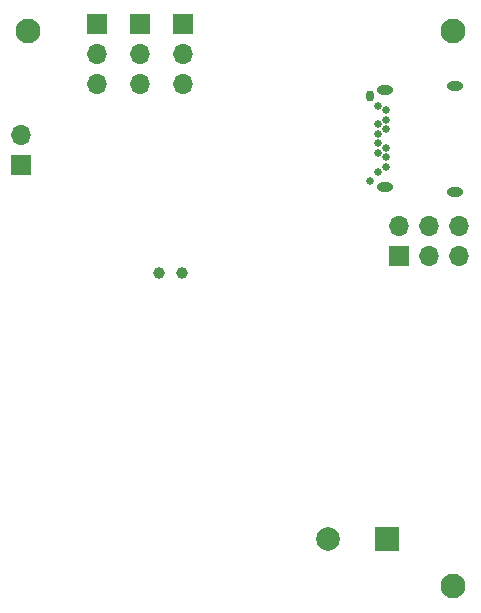
<source format=gbr>
%TF.GenerationSoftware,KiCad,Pcbnew,8.0.6*%
%TF.CreationDate,2024-12-10T11:27:28-08:00*%
%TF.ProjectId,Vanguard_new,56616e67-7561-4726-945f-6e65772e6b69,rev?*%
%TF.SameCoordinates,Original*%
%TF.FileFunction,Soldermask,Bot*%
%TF.FilePolarity,Negative*%
%FSLAX46Y46*%
G04 Gerber Fmt 4.6, Leading zero omitted, Abs format (unit mm)*
G04 Created by KiCad (PCBNEW 8.0.6) date 2024-12-10 11:27:28*
%MOMM*%
%LPD*%
G01*
G04 APERTURE LIST*
%ADD10R,1.700000X1.700000*%
%ADD11O,1.700000X1.700000*%
%ADD12R,2.000000X2.000000*%
%ADD13C,2.000000*%
%ADD14C,2.100000*%
%ADD15C,0.650000*%
%ADD16O,0.650000X0.950000*%
%ADD17O,1.400000X0.800000*%
%ADD18C,1.000000*%
G04 APERTURE END LIST*
D10*
%TO.C,J5*%
X105000000Y-86420000D03*
D11*
X105000000Y-88960000D03*
X105000000Y-91500000D03*
%TD*%
D10*
%TO.C,J4*%
X101350000Y-86420000D03*
D11*
X101350000Y-88960000D03*
X101350000Y-91500000D03*
%TD*%
D12*
%TO.C,BZ1*%
X125870785Y-130000000D03*
D13*
X120870785Y-130000000D03*
%TD*%
D14*
%TO.C,REF\u002A\u002A*%
X95500000Y-87000000D03*
%TD*%
D15*
%TO.C,J1*%
X124432785Y-99720551D03*
D16*
X124432785Y-92520551D03*
D15*
X125082785Y-93320551D03*
X125782785Y-93720551D03*
X125782785Y-94520551D03*
X125082785Y-94920551D03*
X125782785Y-95320551D03*
X125082785Y-95720551D03*
X125082785Y-96520551D03*
X125782785Y-96920551D03*
X125082785Y-97320551D03*
X125782785Y-97720551D03*
X125782785Y-98520551D03*
X125082785Y-98920551D03*
D17*
X131632785Y-100610551D03*
X125682785Y-100250551D03*
X125682785Y-91990551D03*
X131632785Y-91630551D03*
%TD*%
D18*
%TO.C,Y1*%
X108500000Y-107500000D03*
X106600000Y-107500000D03*
%TD*%
D10*
%TO.C,J7*%
X108650000Y-86425000D03*
D11*
X108650000Y-88965000D03*
X108650000Y-91505000D03*
%TD*%
D14*
%TO.C,REF\u002A\u002A*%
X131500000Y-87000000D03*
%TD*%
D10*
%TO.C,J6*%
X94940000Y-98370000D03*
D11*
X94940000Y-95830000D03*
%TD*%
D14*
%TO.C,REF\u002A\u002A*%
X131500000Y-134000000D03*
%TD*%
D10*
%TO.C,J2*%
X126920000Y-106040000D03*
D11*
X126920000Y-103500000D03*
X129460000Y-106040000D03*
X129460000Y-103500000D03*
X131999999Y-106040000D03*
X132000000Y-103500000D03*
%TD*%
M02*

</source>
